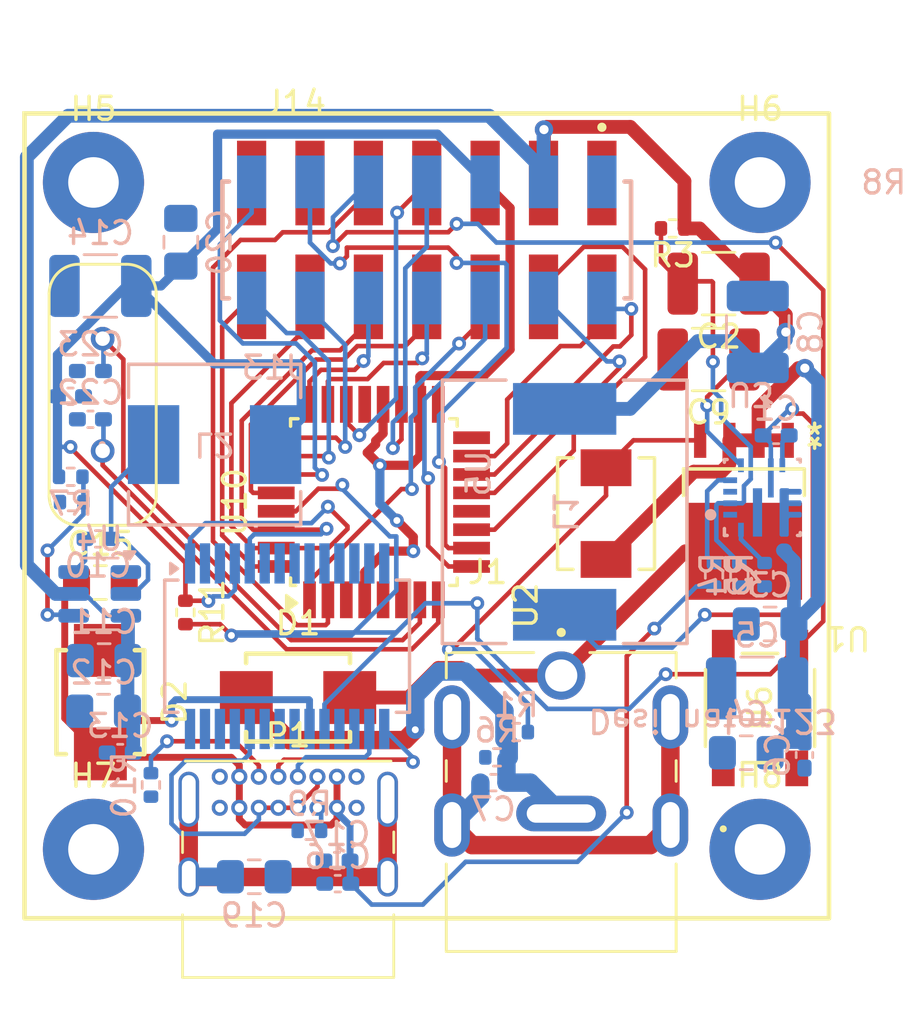
<source format=kicad_pcb>
(kicad_pcb (version 20240108) (generator "pcbnew") (generator_version "8.0")
  (layers (0 "F.Cu" signal) (31 "B.Cu" signal) (34 "B.Paste" user) (35 "F.Paste" user) (36 "B.SilkS" user "B.Silkscreen") (37 "F.SilkS" user "F.Silkscreen") (38 "B.Mask" user) (39 "F.Mask" user) (44 "Edge.Cuts" user))
  (net 0 "")
  (net 1 "GND")
  (net 2 "DIR")
  (net 3 "STEP")
  (net 4 "+12V")
  (net 5 "Net-(U3-BOOT)")
  (net 6 "Net-(U3-SW)")
  (net 7 "Net-(U3-FB)")
  (net 8 "PWR_IN_PROT")
  (net 9 "GND3")
  (net 10 "GND2")
  (net 11 "Net-(U3-SS)")
  (net 12 "Net-(U4-SW)")
  (net 13 "Net-(U4-VBST)")
  (net 14 "+5V_USBC")
  (net 15 "Net-(P1-SHIELD)")
  (net 16 "Quartz_1")
  (net 17 "Quartz_2")
  (net 18 "ADC0")
  (net 19 "ADC1")
  (net 20 "ADC2")
  (net 21 "ADC3")
  (net 22 "+24V")
  (net 23 "LED_0")
  (net 24 "LED_1")
  (net 25 "MOSI")
  (net 26 "SDA")
  (net 27 "RESET")
  (net 28 "TXD")
  (net 29 "RXD")
  (net 30 "SCL")
  (net 31 "MISO")
  (net 32 "SCK")
  (net 33 "USBD-")
  (net 34 "USBD+")
  (net 35 "Net-(P1-VCONN)")
  (net 36 "Net-(P1-CC)")
  (net 37 "Net-(U1-G)")
  (net 38 "Net-(U3-PG)")
  (net 39 "Net-(U3-MODE)")
  (net 40 "Net-(U4-VFB)")
  (net 41 "AREF")
  (net 59 "FAN_01_PWM_clockwise")
  (net 60 "FAN_01_PWM_counterclockwise")
  (net 61 "FAN_2_PWM")
  (net 62 "FAN_3_PWM")
  (net 64 "BLT_Switch")
  (net 65 "BLT_Servo")
  (net 66 "SMD_TEMP_1")
  (net 67 "SMD_TEMP_0")
  (net 68 "LED_3")
  (net 69 "LED_2")
  (net 70 "unconnected-(U5-3V3OUT-Pad17)")
  (footprint "MountingHole:MountingHole_2.2mm_M2_Pad_TopBottom" (layer "F.Cu") (at 103 132)
    (property "Reference" "H7")
    (property "Value" "MountHole")
  )
  (footprint "Imported_Component_Footprints:SZ1SMB5927BT3G" (layer "F.Cu") (at 125.3 117.4 90)
    (property "Reference" "U2")
    (property "Value" "SZ1SMB5927BT3G")
  )
  (footprint "MountingHole:MountingHole_2.2mm_M2_Pad_TopBottom" (layer "F.Cu") (at 132 103)
    (property "Reference" "H6")
    (property "Value" "MountHole")
  )
  (footprint "Capacitor_SMD:C_1210_3225Metric_Pad1.33x2.70mm_HandSolder" (layer "F.Cu") (at 130.2 107.4 180)
    (property "Reference" "C2")
    (property "Value" "22nF")
  )
  (footprint "Imported_Component_Footprints:XTAL_ECS-160-18-4X-CKM" (layer "F.Cu") (at 103.4 112.2332 90)
    (property "Reference" "Y1" (hide yes))
    (property "Value" "ECS-160-18-4X-CKM")
  )
  (footprint "Imported_Component_Footprints:824521241" (layer "F.Cu") (at 103.3 125.6 -90)
    (property "Reference" "D2")
    (property "Value" "WE-TVSP_DO-214AA_600W_BI")
  )
  (footprint "Resistor_SMD:R_0402_1005Metric" (layer "F.Cu") (at 128.2 105 180)
    (property "Reference" "R3")
    (property "Value" "30k")
  )
  (footprint "Imported_Component_Footprints:824521241" (layer "F.Cu") (at 111.9 125.4)
    (property "Reference" "D1")
    (property "Value" "WE-TVSP_DO-214AA_600W_BI")
  )
  (footprint "Capacitor_SMD:C_0805_2012Metric_Pad1.18x1.45mm_HandSolder" (layer "F.Cu") (at 103.3 120.4)
    (property "Reference" "C15")
    (property "Value" "10µF")
  )
  (footprint "Imported_Component_Footprints:SW_PTS647SM38SMTR2LFS_CNK" (layer "F.Cu") (at 132 125.8551 90)
    (property "Reference" "U6")
    (property "Value" "PTS647SM38SMTR2LFS")
  )
  (footprint "Imported_Component_Footprints:CUI_PJ-082BH" (layer "F.Cu") (at 123.35 133.6932)
    (property "Reference" "J1")
    (property "Value" "PJ-082BH")
  )
  (footprint "Capacitor_SMD:C_1210_3225Metric_Pad1.33x2.70mm_HandSolder" (layer "F.Cu") (at 129.7625 110.7 180)
    (property "Reference" "C9")
    (property "Value" "22nF")
  )
  (footprint "MountingHole:MountingHole_2.2mm_M2_Pad_TopBottom" (layer "F.Cu") (at 132 132)
    (property "Reference" "H8")
    (property "Value" "MountHole")
  )
  (footprint "MountingHole:MountingHole_2.2mm_M2_Pad_TopBottom" (layer "F.Cu") (at 103 103)
    (property "Reference" "H5")
    (property "Value" "MountHole")
  )
  (footprint "Connector_USB:USB_C_Receptacle_GCT_USB4085" (layer "F.Cu") (at 108.495 128.8432)
    (property "Reference" "P1")
    (property "Value" "USB_C_Plug_USB2.0")
  )
  (footprint "Resistor_SMD:R_0402_1005Metric" (layer "F.Cu") (at 107 121.7 -90)
    (property "Reference" "R11")
    (property "Value" "10k")
  )
  (footprint "Imported_Component_Footprints:SAMTEC_TSM-107-04-L-DV" (layer "F.Cu") (at 117.5 105.5)
    (property "Reference" "J14")
    (property "Value" "Steckverbinder_Male_Leistung")
  )
  (footprint "Package_QFP:TQFP-32_7x7mm_P0.8mm" (layer "F.Cu") (at 115.2 116.9 90)
    (property "Reference" "U10")
    (property "Value" "ATmega328PB-A")
  )
  (footprint "Imported_Component_Footprints:SQJ409EP_T1_GE3" (layer "F.Cu") (at 131.3 117.8207 180)
    (property "Reference" "U1")
    (property "Value" "SQJ409EP-T1_GE3")
  )
  (footprint "Imported_Component_Footprints:TPS56837HRPAR" (layer "B.Cu") (at 132.1 116.7)
    (property "Reference" "U3")
    (property "Value" "TPS56837HRPAR")
  )
  (footprint "Capacitor_SMD:C_0402_1005Metric_Pad0.74x0.62mm_HandSolder" (layer "B.Cu") (at 120.4 129.1)
    (property "Reference" "C7")
    (property "Value" "100nF")
  )
  (footprint "Capacitor_SMD:C_0805_2012Metric_Pad1.18x1.45mm_HandSolder" (layer "B.Cu") (at 103.4625 123.7932 180)
    (property "Reference" "C11")
    (property "Value" "10µF")
  )
  (footprint "Resistor_SMD:R_0402_1005Metric" (layer "B.Cu") (at 112.395 131.1932 180)
    (property "Reference" "R9")
    (property "Value" "5k1")
  )
  (footprint "Capacitor_SMD:C_1210_3225Metric_Pad1.33x2.70mm_HandSolder" (layer "B.Cu") (at 131.9 109.5 90)
    (property "Reference" "C8")
    (property "Value" "47µF")
  )
  (footprint "Capacitor_SMD:C_0402_1005Metric_Pad0.74x0.62mm_HandSolder" (layer "B.Cu") (at 102.8675 113.3 180)
    (property "Reference" "C22")
    (property "Value" "18pF")
  )
  (footprint "Resistor_SMD:R_0402_1005Metric" (layer "B.Cu") (at 102.0525 116.9 180)
    (property "Reference" "R8")
    (property "Value" "10k")
  )
  (footprint "Capacitor_SMD:C_0402_1005Metric_Pad0.74x0.62mm_HandSolder" (layer "B.Cu") (at 102 112.3)
    (property "Reference" "C21" (hide yes))
    (property "Value" "100nF")
  )
  (footprint "Resistor_SMD:R_0402_1005Metric" (layer "B.Cu") (at 102.01 115.8)
    (property "Reference" "R7")
    (property "Value" "54.9k")
  )
  (footprint "Capacitor_SMD:C_0805_2012Metric_Pad1.18x1.45mm_HandSolder" (layer "B.Cu") (at 103.44 125.9932 180)
    (property "Reference" "C12")
    (property "Value" "10µF")
  )
  (footprint "Capacitor_SMD:C_0402_1005Metric_Pad0.74x0.62mm_HandSolder" (layer "B.Cu") (at 104.1625 127.7932 180)
    (property "Reference" "C13")
    (property "Value" "100nF")
  )
  (footprint "Capacitor_SMD:C_0402_1005Metric_Pad0.74x0.62mm_HandSolder" (layer "B.Cu") (at 113.6275 133.4932 180)
    (property "Reference" "C16")
    (property "Value" "100nF")
  )
  (footprint "Resistor_SMD:R_0402_1005Metric" (layer "B.Cu") (at 131.1 120.06 -90)
    (property "Reference" "R4")
    (property "Value" "1k58")
  )
  (footprint "Resistor_SMD:R_0402_1005Metric" (layer "B.Cu") (at 121.39 126.9 180)
    (property "Reference" "R1")
    (property "Value" "100k")
  )
  (footprint "Resistor_SMD:R_0402_1005Metric" (layer "B.Cu") (at 105.5 129.2 -90)
    (property "Reference" "R10")
    (property "Value" "5k1")
  )
  (footprint "Capacitor_SMD:C_0402_1005Metric_Pad0.74x0.62mm_HandSolder" (layer "B.Cu") (at 103.2 118.5)
    (property "Reference" "C10")
    (property "Value" "100nF")
  )
  (footprint "Capacitor_SMD:C_0805_2012Metric_Pad1.18x1.45mm_HandSolder" (layer "B.Cu") (at 109.995 133.1932)
    (property "Reference" "C19")
    (property "Value" "1uF")
  )
  (footprint "Capacitor_SMD:C_0402_1005Metric_Pad0.74x0.62mm_HandSolder" (layer "B.Cu") (at 113.595 132.4932 180)
    (property "Reference" "C17")
    (property "Value" "100nF")
  )
  (footprint "Imported_Component_Footprints:SPM10040T_4R7M_HZ" (layer "B.Cu") (at 123.5 117.32325 90)
    (property "Reference" "L1")
    (property "Value" "4.7µH")
  )
  (footprint "Capacitor_SMD:C_1210_3225Metric_Pad1.33x2.70mm_HandSolder" (layer "B.Cu") (at 131.87 125 180)
    (property "Reference" "C5")
    (property "Value" "10µF")
  )
  (footprint "Capacitor_SMD:C_0402_1005Metric_Pad0.74x0.62mm_HandSolder" (layer "B.Cu") (at 133.9325 127.9 -90)
    (property "Reference" "C6")
    (property "Value" "100nF")
  )
  (footprint "Package_TO_SOT_SMD:SOT-23-6" (layer "B.Cu") (at 103.2725 120.8932 180)
    (property "Reference" "U4")
    (property "Value" "TPS565208")
  )
  (footprint "Capacitor_SMD:C_0805_2012Metric_Pad1.18x1.45mm_HandSolder" (layer "B.Cu") (at 131.4 127.8 180)
    (property "Reference" "C4")
    (property "Value" "10µF")
  )
  (footprint "Resistor_SMD:R_0402_1005Metric" (layer "B.Cu") (at 132.2 120.06 -90)
    (property "Reference" "R5")
    (property "Value" "30.1k")
  )
  (footprint "Resistor_SMD:R_0402_1005Metric" (layer "B.Cu") (at 130 120.06 90)
    (property "Reference" "R2")
    (property "Value" "100k")
  )
  (footprint "Capacitor_SMD:C_0805_2012Metric_Pad1.18x1.45mm_HandSolder" (layer "B.Cu") (at 132.4375 122.2 180)
    (property "Reference" "C3")
    (property "Value" "10µF")
  )
  (footprint "Resistor_SMD:R_0402_1005Metric" (layer "B.Cu") (at 120.5575 128 180)
    (property "Reference" "R6")
    (property "Value" "10")
  )
  (footprint "Package_SO:SSOP-28_5.3x10.2mm_P0.65mm" (layer "B.Cu") (at 111.425 123.1675 -90)
    (property "Reference" "U5")
    (property "Value" "FT232RL")
  )
  (footprint "Capacitor_SMD:C_0402_1005Metric_Pad0.74x0.62mm_HandSolder" (layer "B.Cu") (at 102.8675 111.2 180)
    (property "Reference" "C23")
    (property "Value" "18pF")
  )
  (footprint "Imported_Component_Footprints:SAMTEC_HLE-107-02-L-DV" (layer "B.Cu") (at 117.5 105.5)
    (property "Reference" "J13")
    (property "Value" "Steckverbinder_Female_Leistung")
  )
  (footprint "Imported_Component_Footprints:IHLP2525CZER3R3M11" (layer "B.Cu") (at 108.2699 114.4)
    (property "Reference" "L2")
    (property "Value" "3.3µH")
  )
  (footprint "Capacitor_SMD:C_1210_3225Metric_Pad1.33x2.70mm_HandSolder" (layer "B.Cu") (at 103.3 107.5 180)
    (property "Reference" "C14")
    (property "Value" "22µF")
  )
  (footprint "Capacitor_SMD:C_0805_2012Metric_Pad1.18x1.45mm_HandSolder" (layer "B.Cu") (at 106.8 105.6 90)
    (property "Reference" "C20")
    (property "Value" "4.7uF")
  )
  (footprint "Capacitor_SMD:C_0402_1005Metric_Pad0.74x0.62mm_HandSolder" (layer "B.Cu") (at 132.7 114 180)
    (property "Reference" "C1")
    (property "Value" "100nF")
  )
  (gr_rect (start 100 100) (end 135 135) (stroke (width 0.2)) (fill none) (layer "F.SilkS"))
  (segment (start 112.745 128.8432) (end 112.745 129.273961) (width 0.2) (layer "F.Cu") (net 0))
  (segment (start 112.745 129.273961) (end 111.895 130.123961) (width 0.2) (layer "F.Cu") (net 0))
  (segment (start 111.895 130.123961) (end 111.895 130.1932) (width 0.2) (layer "F.Cu") (net 0))
  (segment (start 111.895 130.1932) (end 110.195 130.1932) (width 0.2) (layer "F.Cu") (net 0))
  (segment (start 107.01434 128.1432) (end 106.395 128.76254) (width 0.2) (layer "B.Cu") (net 0))
  (segment (start 110.195 130.705) (end 110.195 130.1932) (width 0.2) (layer "B.Cu") (net 0))
  (segment (start 109.8 127.8425) (end 109.4993 128.1432) (width 0.2) (layer "B.Cu") (net 0))
  (segment (start 109.8 126.7675) (end 109.8 127.8425) (width 0.2) (layer "B.Cu") (net 0))
  (segment (start 106.83434 131.3232) (end 109.5768 131.3232) (width 0.2) (layer "B.Cu") (net 0))
  (segment (start 106.395 130.88386) (end 106.83434 131.3232) (width 0.2) (layer "B.Cu") (net 0))
  (segment (start 106.395 128.76254) (end 106.395 130.88386) (width 0.2) (layer "B.Cu") (net 0))
  (segment (start 109.5768 131.3232) (end 110.195 130.705) (width 0.2) (layer "B.Cu") (net 0))
  (segment (start 109.4993 128.1432) (end 107.01434 128.1432) (width 0.2) (layer "B.Cu") (net 0))
  (segment (start 110.95 119.7) (end 109.95 119.7) (width 0.2) (layer "F.Cu") (net 2))
  (segment (start 108.6 109.255) (end 109.88 107.975) (width 0.2) (layer "F.Cu") (net 2))
  (segment (start 108.6 118.35) (end 108.6 109.255) (width 0.2) (layer "F.Cu") (net 2))
  (segment (start 109.95 119.7) (end 108.6 118.35) (width 0.2) (layer "F.Cu") (net 2))
  (segment (start 120.45 118.1) (end 123.8951 114.6549) (width 0.2) (layer "F.Cu") (net 3))
  (segment (start 127 106.78) (end 126.02 105.8) (width 0.2) (layer "F.Cu") (net 3))
  (segment (start 124.332816 105.8) (end 122.58 107.552816) (width 0.2) (layer "F.Cu") (net 3))
  (segment (start 122.58 107.552816) (end 122.58 107.975) (width 0.2) (layer "F.Cu") (net 3))
  (segment (start 119.45 118.1) (end 120.45 118.1) (width 0.2) (layer "F.Cu") (net 3))
  (segment (start 127 110.583675) (end 127 106.78) (width 0.2) (layer "F.Cu") (net 3))
  (segment (start 123.8951 113.688575) (end 127 110.583675) (width 0.2) (layer "F.Cu") (net 3))
  (segment (start 126.02 105.8) (end 124.332816 105.8) (width 0.2) (layer "F.Cu") (net 3))
  (segment (start 123.8951 114.6549) (end 123.8951 113.688575) (width 0.2) (layer "F.Cu") (net 3))
  (segment (start 129.3625 105) (end 131.7625 107.4) (width 0.6) (layer "F.Cu") (net 4))
  (segment (start 126.355 100.585) (end 128.71 102.94) (width 0.6) (layer "F.Cu") (net 4))
  (segment (start 128.71 105) (end 129.3625 105) (width 0.6) (layer "F.Cu") (net 4))
  (segment (start 128.71 102.94) (end 128.71 105) (width 0.6) (layer "F.Cu") (net 4))
  (segment (start 122.6 100.7) (end 122.715 100.585) (width 0.6) (layer "F.Cu") (net 4))
  (segment (start 133.1215 108.759) (end 133.1215 109.505458) (width 0.6) (layer "F.Cu") (net 4))
  (segment (start 122.6 103.005) (end 122.58 103.025) (width 0.6) (layer "F.Cu") (net 4))
  (segment (start 122.6 100.7) (end 122.6 103.005) (width 0.6) (layer "F.Cu") (net 4))
  (segment (start 122.715 100.585) (end 126.355 100.585) (width 0.6) (layer "F.Cu") (net 4))
  (segment (start 131.7625 107.4) (end 133.1215 108.759) (width 0.6) (layer "F.Cu") (net 4))
  (via (at 133.1215 109.505458) (size 0.8) (drill 0.4) (layers "F.Cu" "B.Cu") (net 4))
  (via (at 122.6 100.7) (size 0.8) (drill 0.4) (layers "F.Cu" "B.Cu") (net 4))
  (segment (start 104.4775 125.9932) (end 104.4775 123.8157) (width 0.6) (layer "B.Cu") (net 4))
  (segment (start 123.5 112.8465) (end 126.3479 112.8465) (width 0.6) (layer "B.Cu") (net 4))
  (segment (start 104.4775 123.8157) (end 104.5 123.7932) (width 0.6) (layer "B.Cu") (net 4))
  (segment (start 122.58 102.975) (end 122.58 100.72) (width 0.6) (layer "B.Cu") (net 4))
  (segment (start 101.357684 120.8932) (end 100.1 119.635516) (width 0.6) (layer "B.Cu") (net 4))
  (segment (start 104.73 126.2457) (end 104.4775 125.9932) (width 0.6) (layer "B.Cu") (net 4))
  (segment (start 104.5 121.9332) (end 104.41 121.8432) (width 0.6) (layer "B.Cu") (net 4))
  (segment (start 133.1215 109.505458) (end 133.1215 109.841) (width 0.6) (layer "B.Cu") (net 4))
  (segment (start 100.1 101.9) (end 101.9 100.1) (width 0.6) (layer "B.Cu") (net 4))
  (segment (start 101.9 100.1) (end 120.215 100.1) (width 0.6) (layer "B.Cu") (net 4))
  (segment (start 129.2944 109.9) (end 130.7375 109.9) (width 0.6) (layer "B.Cu") (net 4))
  (segment (start 122.58 102.465) (end 122.58 102.975) (width 0.6) (layer "B.Cu") (net 4))
  (segment (start 102.135 120.8932) (end 101.357684 120.8932) (width 0.6) (layer "B.Cu") (net 4))
  (segment (start 104.41 121.8432) (end 103.579474 121.8432) (width 0.2) (layer "B.Cu") (net 4))
  (segment (start 104.5 123.7932) (end 104.5 121.9332) (width 0.6) (layer "B.Cu") (net 4))
  (segment (start 103.579474 121.8432) (end 102.629474 120.8932) (width 0.2) (layer "B.Cu") (net 4))
  (segment (start 104.73 127.7932) (end 104.73 126.2457) (width 0.6) (layer "B.Cu") (net 4))
  (segment (start 130.7375 109.9) (end 131.9 111.0625) (width 0.6) (layer "B.Cu") (net 4))
  (segment (start 102.629474 120.8932) (end 102.135 120.8932) (width 0.2) (layer "B.Cu") (net 4))
  (segment (start 122.58 100.72) (end 122.6 100.7) (width 0.6) (layer "B.Cu") (net 4))
  (segment (start 126.3479 112.8465) (end 129.2944 109.9) (width 0.6) (layer "B.Cu") (net 4))
  (segment (start 133.1215 109.841) (end 131.9 111.0625) (width 0.6) (layer "B.Cu") (net 4))
  (segment (start 100.1 119.635516) (end 100.1 101.9) (width 0.6) (layer "B.Cu") (net 4))
  (segment (start 120.215 100.1) (end 122.58 102.465) (width 0.6) (layer "B.Cu") (net 4))
  (segment (start 132.970001 115.3) (end 132.970001 114.297499) (width 0.2) (layer "B.Cu") (net 5))
  (segment (start 132.970001 114.297499) (end 133.2675 114) (width 0.2) (layer "B.Cu") (net 5))
  (segment (start 133.600002 113.0519) (end 133.8717 113.0519) (width 0.2) (layer "F.Cu") (net 6))
  (segment (start 133.4 112.851898) (end 133.600002 113.0519) (width 0.2) (layer "F.Cu") (net 6))
  (segment (start 133.8717 113.0519) (end 134.3 113.4802) (width 0.2) (layer "F.Cu") (net 6))
  (segment (start 133.9754 121.8) (end 129.6 121.8) (width 0.2) (layer "F.Cu") (net 6))
  (segment (start 134.3 121.4754) (end 133.9754 121.8) (width 0.2) (layer "F.Cu") (net 6))
  (segment (start 134.3 113.4802) (end 134.3 121.4754) (width 0.2) (layer "F.Cu") (net 6))
  (via (at 133.4 112.851898) (size 0.6) (drill 0.3) (layers "F.Cu" "B.Cu") (net 6))
  (via (at 129.6 121.8) (size 0.6) (drill 0.3) (layers "F.Cu" "B.Cu") (net 6))
  (segment (start 123.5 121.8) (end 124.925 123.225) (width 0.2) (layer "B.Cu") (net 6))
  (segment (start 128.175 123.225) (end 129.6 121.8) (width 0.2) (layer "B.Cu") (net 6))
  (segment (start 132.469999 115.849999) (end 132.469999 114.337499) (width 0.2) (layer "B.Cu") (net 6))
  (segment (start 133.4 112.851898) (end 133.280602 112.851898) (width 0.2) (layer "B.Cu") (net 6))
  (segment (start 132.469999 114.337499) (end 132.1325 114) (width 0.2) (layer "B.Cu") (net 6))
  (segment (start 124.925 123.225) (end 128.175 123.225) (width 0.2) (layer "B.Cu") (net 6))
  (segment (start 133.280602 112.851898) (end 132.1325 114) (width 0.2) (layer "B.Cu") (net 6))
  (segment (start 128.7375 107.3) (end 128.6375 107.4) (width 0.2) (layer "F.Cu") (net 7))
  (segment (start 129.95 107.35) (end 129.9 107.3) (width 0.2) (layer "F.Cu") (net 7))
  (segment (start 129.9 107.3) (end 128.7375 107.3) (width 0.2) (layer "F.Cu") (net 7))
  (segment (start 129.95 110.8) (end 129.95 107.35) (width 0.2) (layer "F.Cu") (net 7))
  (segment (start 127.69 106.4525) (end 127.69 105) (width 0.2) (layer "F.Cu") (net 7))
  (segment (start 128.6375 107.4) (end 127.69 106.4525) (width 0.2) (layer "F.Cu") (net 7))
  (via (at 129.95 110.8) (size 0.6) (drill 0.3) (layers "F.Cu" "B.Cu") (net 7))
  (segment (start 130.100001 118.550001) (end 130.100001 117.025002) (width 0.2) (layer "B.Cu") (net 7))
  (segment (start 130.175003 116.95) (end 130.7 116.95) (width 0.2) (layer "B.Cu") (net 7))
  (segment (start 130.309619 113.209619) (end 130.309619 112.409619) (width 0.2) (layer "B.Cu") (net 7))
  (segment (start 131.3 116.874998) (end 131.3 116.194997) (width 0.2) (layer "B.Cu") (net 7))
  (segment (start 130.309619 112.409619) (end 129.95 112.05) (width 0.2) (layer "B.Cu") (net 7))
  (segment (start 131.224998 116.95) (end 131.3 116.874998) (width 0.2) (layer "B.Cu") (net 7))
  (segment (start 130.7 116.95) (end 131.224998 116.95) (width 0.2) (layer "B.Cu") (net 7))
  (segment (start 131.594998 115.899999) (end 131.594998 114.494998) (width 0.2) (layer "B.Cu") (net 7))
  (segment (start 131.1 119.55) (end 130.100001 118.550001) (width 0.2) (layer "B.Cu") (net 7))
  (segment (start 131.3 116.194997) (end 131.594998 115.899999) (width 0.2) (layer "B.Cu") (net 7))
  (segment (start 130.100001 117.025002) (end 130.175003 116.95) (width 0.2) (layer "B.Cu") (net 7))
  (segment (start 129.95 112.05) (end 129.95 110.8) (width 0.2) (layer "B.Cu") (net 7))
  (segment (start 131.594998 114.494998) (end 130.309619 113.209619) (width 0.2) (layer "B.Cu") (net 7))
  (segment (start 129.118 115.5759) (end 130.3241 115.5759) (width 0.6) (layer "F.Cu") (net 8))
  (segment (start 130.665 115.235) (end 130.665 114.2139) (width 0.6) (layer "F.Cu") (net 8))
  (segment (start 125.3 119.3939) (end 129.118 115.5759) (width 0.6) (layer "F.Cu") (net 8))
  (segment (start 130.665 114.2139) (end 133.205 114.2139) (width 0.6) (layer "F.Cu") (net 8))
  (segment (start 130.3241 115.5759) (end 130.665 115.235) (width 0.6) (layer "F.Cu") (net 8))
  (segment (start 133.95 111.07658) (end 133.66993 111.07658) (width 0.6) (layer "F.Cu") (net 8))
  (segment (start 131.935 112.81151) (end 131.935 114.2139) (width 0.6) (layer "F.Cu") (net 8))
  (segment (start 133.66993 111.07658) (end 131.935 112.81151) (width 0.6) (layer "F.Cu") (net 8))
  (via (at 133.95 111.07658) (size 0.8) (drill 0.4) (layers "F.Cu" "B.Cu") (net 8))
  (segment (start 133.4325 125) (end 133.4325 122.2425) (width 0.6) (layer "B.Cu") (net 8))
  (segment (start 133.9325 125.5) (end 133.4325 125) (width 0.6) (layer "B.Cu") (net 8))
  (segment (start 134.530671 111.657251) (end 133.95 111.07658) (width 0.6) (layer "B.Cu") (net 8))
  (segment (start 133.475 122.2) (end 133.475 119.474999) (width 0.6) (layer "B.Cu") (net 8))
  (segment (start 133.4325 125) (end 133.4325 126.805) (width 0.6) (layer "B.Cu") (net 8))
  (segment (start 132.4375 127.8) (end 132.905 127.3325) (width 0.6) (layer "B.Cu") (net 8))
  (segment (start 133.4325 126.805) (end 132.4375 127.8) (width 0.6) (layer "B.Cu") (net 8))
  (segment (start 134.530671 121.144329) (end 134.530671 111.657251) (width 0.6) (layer "B.Cu") (net 8))
  (segment (start 133.9325 127.3325) (end 133.9325 125.5) (width 0.6) (layer "B.Cu") (net 8))
  (segment (start 133.475 122.2) (end 134.530671 121.144329) (width 0.6) (layer "B.Cu") (net 8))
  (segment (start 133 118.999999) (end 133.1 118.999999) (width 0.6) (layer "B.Cu") (net 8))
  (segment (start 132.905 127.3325) (end 133.9325 127.3325) (width 0.6) (layer "B.Cu") (net 8))
  (segment (start 133.4325 122.2425) (end 133.475 122.2) (width 0.6) (layer "B.Cu") (net 8))
  (segment (start 133.475 119.474999) (end 133 118.999999) (width 0.6) (layer "B.Cu") (net 8))
  (segment (start 119.475 131.8182) (end 127.225 131.8182) (width 0.8) (layer "F.Cu") (net 9))
  (segment (start 118.6 126.2432) (end 118.6 130.9432) (width 0.8) (layer "F.Cu") (net 9))
  (segment (start 127.225 131.8182) (end 128.1 130.9432) (width 0.8) (layer "F.Cu") (net 9))
  (segment (start 128.1 130.9432) (end 128.1 126.2432) (width 0.8) (layer "F.Cu") (net 9))
  (segment (start 118.6 130.9432) (end 119.475 131.8182) (width 0.8) (layer "F.Cu") (net 9))
  (segment (start 119.8325 129.7107) (end 118.6 130.9432) (width 0.8) (layer "B.Cu") (net 9))
  (segment (start 119.8325 129.1) (end 119.8325 129.7107) (width 0.8) (layer "B.Cu") (net 9))
  (segment (start 109.65 125.4) (end 111.5 127.25) (width 0.8) (layer "F.Cu") (net 10))
  (segment (start 111.5 127.25) (end 116.55 127.25) (width 0.8) (layer "F.Cu") (net 10))
  (segment (start 116.55 127.25) (end 117 126.8) (width 0.8) (layer "F.Cu") (net 10))
  (via (at 117 126.8) (size 0.6) (drill 0.3) (layers "F.Cu" "B.Cu") (net 10))
  (segment (start 119.169544 124.2682) (end 120.88 125.978656) (width 0.8) (layer "B.Cu") (net 10))
  (segment (start 120.9675 129.1) (end 120.9675 128.1) (width 0.8) (layer "B.Cu") (net 10))
  (segment (start 120.9675 129.1) (end 122.0068 129.1) (width 0.8) (layer "B.Cu") (net 10))
  (segment (start 122.0068 129.1) (end 123.35 130.4432) (width 0.8) (layer "B.Cu") (net 10))
  (segment (start 120.9675 128.1) (end 121.0675 128) (width 0.8) (layer "B.Cu") (net 10))
  (segment (start 118.030456 124.2682) (end 119.169544 124.2682) (width 0.8) (layer "B.Cu") (net 10))
  (segment (start 120.88 126.9) (end 120.88 127.219999) (width 0.8) (layer "B.Cu") (net 10))
  (segment (start 121.0675 127.407499) (end 121.0675 128) (width 0.8) (layer "B.Cu") (net 10))
  (segment (start 120.88 125.978656) (end 120.88 126.9) (width 0.8) (layer "B.Cu") (net 10))
  (segment (start 117 125.298656) (end 118.030456 124.2682) (width 0.8) (layer "B.Cu") (net 10))
  (segment (start 120.88 127.219999) (end 121.0675 127.407499) (width 0.8) (layer "B.Cu") (net 10))
  (segment (start 117 126.8) (end 117 125.298656) (width 0.8) (layer "B.Cu") (net 10))
  (segment (start 129.7 112.325) (end 129.7 112.7) (width 0.2) (layer "F.Cu") (net 11))
  (segment (start 131.325 110.7) (end 129.7 112.325) (width 0.2) (layer "F.Cu") (net 11))
  (via (at 129.7 112.7) (size 0.6) (drill 0.3) (layers "F.Cu" "B.Cu") (net 11))
  (segment (start 129.7 112.7) (end 129.7 113.830001) (width 0.2) (layer "B.Cu") (net 11))
  (segment (start 129.7 113.830001) (end 131.169999 115.3) (width 0.2) (layer "B.Cu") (net 11))
  (segment (start 103.7675 118.5) (end 103.7675 116.2481) (width 0.2) (layer "B.Cu") (net 12))
  (segment (start 104.269852 118.5) (end 105.3725 119.602648) (width 0.2) (layer "B.Cu") (net 12))
  (segment (start 103.7675 116.2481) (end 105.6156 114.4) (width 0.2) (layer "B.Cu") (net 12))
  (segment (start 105.3725 120.283752) (end 104.763052 120.8932) (width 0.2) (layer "B.Cu") (net 12))
  (segment (start 105.3725 119.602648) (end 105.3725 120.283752) (width 0.2) (layer "B.Cu") (net 12))
  (segment (start 104.763052 120.8932) (end 104.41 120.8932) (width 0.2) (layer "B.Cu") (net 12))
  (segment (start 103.7675 118.5) (end 104.269852 118.5) (width 0.2) (layer "B.Cu") (net 12))
  (segment (start 102.6325 118.5) (end 102.6325 119.4457) (width 0.2) (layer "B.Cu") (net 13))
  (segment (start 102.6325 119.4457) (end 102.135 119.9432) (width 0.2) (layer "B.Cu") (net 13))
  (segment (start 103.45 128) (end 103.3 127.85) (width 0.3) (layer "F.Cu") (net 14))
  (segment (start 109.345 128.348226) (end 108.996774 128) (width 0.3) (layer "F.Cu") (net 14))
  (segment (start 101.75 126.3) (end 103.3 127.85) (width 0.3) (layer "F.Cu") (net 14))
  (segment (start 104.75 126.4) (end 106.4 126.4) (width 0.3) (layer "F.Cu") (net 14))
  (segment (start 109.345 128.8432) (end 109.345 130.1932) (width 0.3) (layer "F.Cu") (net 14))
  (segment (start 113.339974 130.9432) (end 113.595 130.688174) (width 0.3) (layer "F.Cu") (net 14))
  (segment (start 109.600026 130.9432) (end 113.339974 130.9432) (width 0.3) (layer "F.Cu") (net 14))
  (segment (start 109.345 130.1932) (end 109.345 130.688174) (width 0.3) (layer "F.Cu") (net 14))
  (segment (start 127.4 122.4) (end 126.2 123.6) (width 0.2) (layer "F.Cu") (net 14))
  (segment (start 109.345 128.8432) (end 109.345 128.348226) (width 0.3) (layer "F.Cu") (net 14))
  (segment (start 101.75 120.9125) (end 101.75 126.3) (width 0.3) (layer "F.Cu") (net 14))
  (segment (start 109.345 130.688174) (end 109.600026 130.9432) (width 0.3) (layer "F.Cu") (net 14))
  (segment (start 102.2625 120.4) (end 101.75 120.9125) (width 0.3) (layer "F.Cu") (net 14))
  (segment (start 126.2 123.6) (end 126.2 130.4) (width 0.2) (layer "F.Cu") (net 14))
  (segment (start 113.595 130.688174) (end 113.595 130.1932) (width 0.3) (layer "F.Cu") (net 14))
  (segment (start 103.3 127.85) (end 104.75 126.4) (width 0.3) (layer "F.Cu") (net 14))
  (segment (start 108.996774 128) (end 103.45 128) (width 0.3) (layer "F.Cu") (net 14))
  (segment (start 113.595 130.1932) (end 113.595 128.8432) (width 0.3) (layer "F.Cu") (net 14))
  (via (at 106.4 126.4) (size 0.6) (drill 0.3) (layers "F.Cu" "B.Cu") (net 14))
  (via (at 126.2 130.4) (size 0.6) (drill 0.3) (layers "F.Cu" "B.Cu") (net 14))
  (via (at 127.4 122.4) (size 0.6) (drill 0.3) (layers "F.Cu" "B.Cu") (net 14))
  (segment (start 114.1625 132.4932) (end 114.1625 130.971361) (width 0.3) (layer "B.Cu") (net 14))
  (segment (start 124.0568 132.5432) (end 119.19099 132.5432) (width 0.2) (layer "B.Cu") (net 14))
  (segment (start 129.23 120.57) (end 127.4 122.4) (width 0.2) (layer "B.Cu") (net 14))
  (segment (start 115.105 134.4032) (end 114.195 133.4932) (width 0.2) (layer "B.Cu") (net 14))
  (segment (start 112.4 125.5175) (end 112.4 126.7675) (width 0.3) (layer "B.Cu") (net 14))
  (segment (start 126.2 130.4) (end 124.0568 132.5432) (width 0.2) (layer "B.Cu") (net 14))
  (segment (start 114.1625 133.4607) (end 114.195 133.4932) (width 0.3) (layer "B.Cu") (net 14))
  (segment (start 113.595 130.403861) (end 113.595 130.1932) (width 0.3) (layer "B.Cu") (net 14))
  (segment (start 119.19099 132.5432) (end 117.33099 134.4032) (width 0.2) (layer "B.Cu") (net 14))
  (segment (start 114.1625 132.4932) (end 114.1625 133.4607) (width 0.3) (layer "B.Cu") (net 14))
  (segment (start 106.575 125.4925) (end 112.375 125.4925) (width 0.3) (layer "B.Cu") (net 14))
  (segment (start 112.375 125.4925) (end 112.4 125.5175) (width 0.3) (layer "B.Cu") (net 14))
  (segment (start 130 120.57) (end 129.23 120.57) (width 0.2) (layer "B.Cu") (net 14))
  (segment (start 114.1625 130.971361) (end 113.595 130.403861) (width 0.3) (layer "B.Cu") (net 14))
  (segment (start 106.4 126.4) (end 106.4 125.6675) (width 0.3) (layer "B.Cu") (net 14))
  (segment (start 106.4 125.6675) (end 106.575 125.4925) (width 0.3) (layer "B.Cu") (net 14))
  (segment (start 117.33099 134.4032) (end 115.105 134.4032) (width 0.2) (layer "B.Cu") (net 14))
  (segment (start 107.145 133.2032) (end 115.795 133.2032) (width 0.8) (layer "F.Cu") (net 15))
  (segment (start 107.145 129.8232) (end 107.145 133.2032) (width 0.8) (layer "F.Cu") (net 15))
  (segment (start 115.795 133.2032) (end 115.795 129.8232) (width 0.8) (layer "F.Cu") (net 15))
  (segment (start 107.155 133.1932) (end 107.145 133.2032) (width 0.8) (layer "B.Cu") (net 15))
  (segment (start 108.9575 133.1932) (end 107.155 133.1932) (width 0.8) (layer "B.Cu") (net 15))
  (segment (start 118 121.15) (end 118 122.15) (width 0.2) (layer "F.Cu") (net 16))
  (segment (start 111.4 123.3) (end 103.4 115.3) (width 0.2) (layer "F.Cu") (net 16))
  (segment (start 118 122.15) (end 116.85 123.3) (width 0.2) (layer "F.Cu") (net 16))
  (segment (start 116.85 123.3) (end 111.4 123.3) (width 0.2) (layer "F.Cu") (net 16))
  (segment (start 103.4 115.3) (end 103.4 114.6732) (width 0.2) (layer "F.Cu") (net 16))
  (segment (start 103.435 114.6382) (end 103.4 114.6732) (width 0.2) (layer "B.Cu") (net 16))
  (segment (start 103.435 113.3) (end 103.435 114.6382) (width 0.2) (layer "B.Cu") (net 16))
  (segment (start 104.3 110.6932) (end 103.4 109.7932) (width 0.2) (layer "F.Cu") (net 17))
  (segment (start 104.3 115.6) (end 104.3 110.6932) (width 0.2) (layer "F.Cu") (net 17))
  (segment (start 116.45 122.9) (end 111.6 122.9) (width 0.2) (layer "F.Cu") (net 17))
  (segment (start 117.2 122.15) (end 116.45 122.9) (width 0.2) (layer "F.Cu") (net 17))
  (segment (start 117.2 121.15) (end 117.2 122.15) (width 0.2) (layer "F.Cu") (net 17))
  (segment (start 111.6 122.9) (end 104.3 115.6) (width 0.2) (layer "F.Cu") (net 17))
  (segment (start 103.435 109.8282) (end 103.4 109.7932) (width 0.2) (layer "B.Cu") (net 17))
  (segment (start 103.435 111.2) (end 103.435 109.8282) (width 0.2) (layer "B.Cu") (net 17))
  (segment (start 113.2 111.65) (end 113.3 111.55) (width 0.2) (layer "F.Cu") (net 18))
  (segment (start 117.103435 110.85) (end 117.303435 110.65) (width 0.2) (layer "F.Cu") (net 18))
  (segment (start 114.925 111.55) (end 115.625 110.85) (width 0.2) (layer "F.Cu") (net 18))
  (segment (start 113.3 111.55) (end 114.925 111.55) (width 0.2) (layer "F.Cu") (net 18))
  (segment (start 115.625 110.85) (end 117.103435 110.85) (width 0.2) (layer "F.Cu") (net 18))
  (segment (start 113.2 112.65) (end 113.2 111.65) (width 0.2) (layer "F.Cu") (net 18))
  (via (at 117.303435 110.65) (size 0.6) (drill 0.3) (layers "F.Cu" "B.Cu") (net 18))
  (segment (start 117.5 110.453435) (end 117.303435 110.65) (width 0.2) (layer "B.Cu") (net 18))
  (segment (start 117.5 108.025) (end 117.5 110.453435) (width 0.2) (layer "B.Cu") (net 18))
  (segment (start 112.4 111.65) (end 112.9 111.15) (width 0.2) (layer "F.Cu") (net 19))
  (segment (start 112.9 111.15) (end 114.365 111.15) (width 0.2) (layer "F.Cu") (net 19))
  (segment (start 114.365 111.15) (end 114.75 110.765) (width 0.2) (layer "F.Cu") (net 19))
  (segment (start 112.4 112.65) (end 112.4 111.65) (width 0.2) (layer "F.Cu") (net 19))
  (via (at 114.75 110.765) (size 0.6) (drill 0.3) (layers "F.Cu" "B.Cu") (net 19))
  (segment (start 114.96 110.555) (end 114.75 110.765) (width 0.2) (layer "B.Cu") (net 19))
  (segment (start 114.96 108.025) (end 114.96 110.555) (width 0.2) (layer "B.Cu") (net 19))
  (segment (start 113.549054 114.1) (end 113.951074 114.50202) (width 0.2) (layer "F.Cu") (net 20))
  (segment (start 110.95 114.1) (end 113.549054 114.1) (width 0.2) (layer "F.Cu") (net 20))
  (via (at 113.951074 114.50202) (size 0.6) (drill 0.3) (layers "F.Cu" "B.Cu") (net 20))
  (segment (start 112.42 108.025) (end 112.42 108.535) (width 0.2) (layer "B.Cu") (net 20))
  (segment (start 113.951074 110.066074) (end 113.951074 114.50202) (width 0.2) (layer "B.Cu") (net 20))
  (segment (start 112.42 108.535) (end 113.951074 110.066074) (width 0.2) (layer "B.Cu") (net 20))
  (segment (start 113.173087 114.9) (end 113.238482 114.965395) (width 0.2) (layer "F.Cu") (net 21))
  (segment (start 110.95 114.9) (end 113.173087 114.9) (width 0.2) (layer "F.Cu") (net 21))
  (via (at 113.238482 114.965395) (size 0.6) (drill 0.3) (layers "F.Cu" "B.Cu") (net 21))
  (segment (start 109.88 108.025) (end 111.405 109.55) (width 0.2) (layer "B.Cu") (net 21))
  (segment (start 112.000359 109.55) (end 113.238482 110.788123) (width 0.2) (layer "B.Cu") (net 21))
  (segment (start 113.238482 110.788123) (end 113.238482 114.965395) (width 0.2) (layer "B.Cu") (net 21))
  (segment (start 111.405 109.55) (end 112.000359 109.55) (width 0.2) (layer "B.Cu") (net 21))
  (segment (start 123.35 124.4432) (end 128.7533 119.0399) (width 0.6) (layer "F.Cu") (net 22))
  (segment (start 118.997743 124.112057) (end 118.002157 124.112057) (width 0.6) (layer "F.Cu") (net 22))
  (segment (start 118.002157 124.112057) (end 116.714214 125.4) (width 0.6) (layer "F.Cu") (net 22))
  (segment (start 119.328886 124.4432) (end 118.997743 124.112057) (width 0.6) (layer "F.Cu") (net 22))
  (segment (start 123.35 124.4432) (end 119.328886 124.4432) (width 0.6) (layer "F.Cu") (net 22))
  (segment (start 116.714214 125.4) (end 114.15 125.4) (width 0.6) (layer "F.Cu") (net 22))
  (segment (start 128.7533 119.0399) (end 131.3 119.0399) (width 0.6) (layer "F.Cu") (net 22))
  (segment (start 125.12 109.18) (end 125.12 107.975) (width 0.2) (layer "F.Cu") (net 25))
  (segment (start 119.45 114.9) (end 120.45 114.9) (width 0.2) (layer "F.Cu") (net 25))
  (segment (start 123.322623 110.115) (end 124.185 110.115) (width 0.2) (layer "F.Cu") (net 25))
  (segment (start 121 114.35) (end 121 112.437623) (width 0.2) (layer "F.Cu") (net 25))
  (segment (start 124.185 110.115) (end 125.12 109.18) (width 0.2) (layer "F.Cu") (net 25))
  (segment (start 121 112.437623) (end 123.322623 110.115) (width 0.2) (layer "F.Cu") (net 25))
  (segment (start 120.45 114.9) (end 121 114.35) (width 0.2) (layer "F.Cu") (net 25))
  (segment (start 112.781452 116.318548) (end 111.8 117.3) (width 0.2) (layer "F.Cu") (net 27))
  (segment (start 107 122.21) (end 108.51 122.21) (width 0.2) (layer "F.Cu") (net 27))
  (segment (start 111.8 117.3) (end 110.95 117.3) (width 0.2) (layer "F.Cu") (net 27))
  (segment (start 113.418368 105.766722) (end 114.02009 105.165) (width 0.2) (layer "F.Cu") (net 27))
  (segment (start 134.75 122.080098) (end 134.75 107.685922) (width 0.2) (layer "F.Cu") (net 27))
  (segment (start 118.434994 105.165) (end 118.8 104.799994) (width 0.2) (layer "F.Cu") (net 27))
  (segment (start 127.897488 124.384385) (end 132.445713 124.384385) (width 0.2) (layer "F.Cu") (net 27))
  (segment (start 133.599999 123.230099) (end 134.75 122.080098) (width 0.2) (layer "F.Cu") (net 27))
  (segment (start 114.02009 105.165) (end 118.434994 105.165) (width 0.2) (layer "F.Cu") (net 27))
  (segment (start 132.445713 124.384385) (end 133.599999 123.230099) (width 0.2) (layer "F.Cu") (net 27))
  (segment (start 134.75 107.685922) (end 132.677655 105.613577) (width 0.2) (layer "F.Cu") (net 27))
  (segment (start 113.659931 116.318548) (end 112.781452 116.318548) (width 0.2) (layer "F.Cu") (net 27))
  (segment (start 113.828004 116.150475) (end 113.659931 116.318548) (width 0.2) (layer "F.Cu") (net 27))
  (segment (start 108.51 122.21) (end 109 122.7) (width 0.2) (layer "F.Cu") (net 27))
  (via (at 127.897488 124.384385) (size 0.6) (drill 0.3) (layers "F.Cu" "B.Cu") (net 27))
  (via (at 109 122.7) (size 0.6) (drill 0.3) (layers "F.Cu" "B.Cu") (net 27))
  (via (at 113.828004 116.150475) (size 0.6) (drill 0.3) (layers "F.Cu" "B.Cu") (net 27))
  (via (at 132.677655 105.613577) (size 0.6) (drill 0.3) (layers "F.Cu" "B.Cu") (net 27))
  (via (at 113.418368 105.766722) (size 0.6) (drill 0.3) (layers "F.Cu" "B.Cu") (net 27))
  (via (at 119.7 121.3) (size 0.6) (drill 0.3) (layers "F.Cu" "B.Cu") (net 27))
  (via (at 118.8 104.799994) (size 0.6) (drill 0.3) (layers "F.Cu" "B.Cu") (net 27))
  (segment (start 127.815615 124.384385) (end 127.897488 124.384385) (width 0.2) (layer "B.Cu") (net 27))
  (segment (start 122.74939 125.8932) (end 126.3068 125.8932) (width 0.2) (layer "B.Cu") (net 27))
  (segment (start 116.175 118.3925) (end 116.175 120.7425) (width 0.2) (layer "B.Cu") (net 27))
  (segment (start 116.175 120.7425) (end 114.2175 122.7) (width 0.2) (layer "B.Cu") (net 27))
  (segment (start 115.8925 118.3925) (end 116.175 118.3925) (width 0.2) (layer "B.Cu") (net 27))
  (segment (start 116.17125 122.57125) (end 109.12875 122.57125) (width 0.2) (layer "B.Cu") (net 27))
  (segment (start 109.12875 122.57125) (end 109 122.7) (width 0.2) (layer "B.Cu") (net 27))
  (segment (start 119.7 122.84381) (end 122.74939 125.8932) (width 0.2) (layer "B.Cu") (net 27))
  (segment (start 116.17125 122.57125) (end 113.05 125.6925) (width 0.2) (layer "B.Cu") (net 27))
  (segment (start 120.532816 105.613577) (end 119.719233 104.799994) (width 0.2) (layer "B.Cu") (net 27))
  (segment (start 119.7 121.3) (end 117.4425 121.3) (width 0.2) (layer "B.Cu") (net 27))
  (segment (start 113.418368 104.516632) (end 114.96 102.975) (width 0.2) (layer "B.Cu") (net 27))
  (segment (start 132.677655 105.613577) (end 120.532816 105.613577) (width 0.2) (layer "B.Cu") (net 27))
  (segment (start 113.05 125.6925) (end 113.05 126.7675) (width 0.2) (layer "B.Cu") (net 27))
  (segment (start 119.7 121.3) (end 119.7 122.84381) (width 0.2) (layer "B.Cu") (net 27))
  (segment (start 113.418368 105.766722) (end 113.418368 104.516632) (width 0.2) (layer "B.Cu") (net 27))
  (segment (start 114.2175 122.7) (end 109 122.7) (width 0.2) (layer "B.Cu") (net 27))
  (segment (start 119.719233 104.799994) (end 118.8 104.799994) (width 0.2) (layer "B.Cu") (net 27))
  (segment (start 113.828004 116.328004) (end 115.8925 118.3925) (width 0.2) (layer "B.Cu") (net 27))
  (segment (start 113.828004 116.150475) (end 113.828004 116.328004) (width 0.2) (layer "B.Cu") (net 27))
  (segment (start 117.4425 121.3) (end 116.17125 122.57125) (width 0.2) (layer "B.Cu") (net 27))
  (segment (start 126.3068 125.8932) (end 127.815615 124.384385) (width 0.2) (layer "B.Cu") (net 27))
  (segment (start 109 117.95) (end 109 112.6) (width 0.2) (layer "F.Cu") (net 28))
  (segment (start 114.05 117.95) (end 113.2 117.1) (width 0.2) (layer "F.Cu") (net 28))
  (segment (start 110.95 118.9) (end 109.95 118.9) (width 0.2) (layer "F.Cu") (net 28))
  (segment (start 110.95 118.9) (end 113.219239 118.9) (width 0.2) (layer "F.Cu") (net 28))
  (segment (start 114.05 118.069239) (end 114.05 117.95) (width 0.2) (layer "F.Cu") (net 28))
  (segment (start 109 112.6) (end 112.42 109.18) (width 0.2) (layer "F.Cu") (net 28))
  (segment (start 113.219239 118.9) (end 114.05 118.069239) (width 0.2) (layer "F.Cu") (net 28))
  (segment (start 109.95 118.9) (end 109 117.95) (width 0.2) (layer "F.Cu") (net 28))
  (segment (start 112.42 109.18) (end 112.42 107.975) (width 0.2) (layer "F.Cu") (net 28))
  (via (at 113.2 117.1) (size 0.6) (drill 0.3) (layers "F.Cu" "B.Cu") (net 28))
  (segment (start 107.2 118.4925) (end 107.8778 117.8147) (width 0.2) (layer "B.Cu") (net 28))
  (segment (start 107.2 119.5675) (end 107.2 118.4925) (width 0.2) (layer "B.Cu") (net 28))
  (segment (start 112.4853 117.8147) (end 113.2 117.1) (width 0.2) (layer "B.Cu") (net 28))
  (segment (start 107.8778 117.8147) (end 112.4853 117.8147) (width 0.2) (layer "B.Cu") (net 28))
  (segment (start 114.96 109.070075) (end 114.96 107.975) (width 0.2) (layer "F.Cu") (net 29))
  (segment (start 113.730075 110.3) (end 114.96 109.070075) (width 0.2) (layer "F.Cu") (net 29))
  (segment (start 113.1 118.1) (end 113.14038 118.05962) (width 0.2) (layer "F.Cu") (net 29))
  (segment (start 110.95 118.1) (end 113.1 118.1) (width 0.2) (layer "F.Cu") (net 29))
  (segment (start 112.509314 110.3) (end 113.730075 110.3) (width 0.2) (layer "F.Cu") (net 29))
  (segment (start 109.45 113.359314) (end 112.509314 110.3) (width 0.2) (layer "F.Cu") (net 29))
  (segment (start 110.95 118.1) (end 109.95 118.1) (width 0.2) (layer "F.Cu") (net 29))
  (segment (start 109.45 117.6) (end 109.45 113.359314) (width 0.2) (layer "F.Cu") (net 29))
  (segment (start 109.95 118.1) (end 109.45 117.6) (width 0.2) (layer "F.Cu") (net 29))
  (via (at 113.14038 118.05962) (size 0.6) (drill 0.3) (layers "F.Cu" "B.Cu") (net 29))
  (segment (start 109.9925 118.3) (end 112.9 118.3) (width 0.2) (layer "B.Cu") (net 29))
  (segment (start 112.9 118.3) (end 113.14038 118.05962) (width 0.2) (layer "B.Cu") (net 29))
  (segment (start 109.8 118.4925) (end 109.9925 118.3) (width 0.2) (layer "B.Cu") (net 29))
  (segment (start 109.8 119.5675) (end 109.8 118.4925) (width 0.2) (layer "B.Cu") (net 29))
  (segment (start 111.895 128.8432) (end 111.895 128.348226) (width 0.2) (layer "B.Cu") (net 33))
  (segment (start 114.825 127.9925) (end 115 127.8175) (width 0.2) (layer "B.Cu") (net 33))
  (segment (start 111.895 128.348226) (end 112.250726 127.9925) (width 0.2) (layer "B.Cu") (net 33))
  (segment (start 115 127.8175) (end 115 126.7675) (width 0.2) (layer "B.Cu") (net 33))
  (segment (start 112.250726 127.9925) (end 114.825 127.9925) (width 0.2) (layer "B.Cu") (net 33))
  (segment (start 111.293226 128.1) (end 116.8 128.1) (width 0.2) (layer "F.Cu") (net 34))
  (segment (start 111.045 128.8432) (end 111.045 128.348226) (width 0.2) (layer "F.Cu") (net 34))
  (segment (start 116.8 128.1) (end 116.9 128.2) (width 0.2) (layer "F.Cu") (net 34))
  (segment (start 111.045 128.348226) (end 111.293226 128.1) (width 0.2) (layer "F.Cu") (net 34))
  (via (at 116.9 128.2) (size 0.6) (drill 0.3) (layers "F.Cu" "B.Cu") (net 34))
  (segment (start 116.9 128.0175) (end 116.9 128.2) (width 0.2) (layer "B.Cu") (net 34))
  (segment (start 115.65 126.7675) (end 116.9 128.0175) (width 0.2) (layer "B.Cu") (net 34))
  (segment (start 112.905 130.3532) (end 112.745 130.1932) (width 0.2) (layer "B.Cu") (net 35))
  (segment (start 112.905 131.1932) (end 112.905 130.3532) (width 0.2) (layer "B.Cu") (net 35))
  (segment (start 109.146774 127.3) (end 106.2 127.3) (width 0.2) (layer "F.Cu") (net 36))
  (segment (start 110.195 128.8432) (end 110.195 128.348226) (width 0.2) (layer "F.Cu") (net 36))
  (segment (start 110.195 128.348226) (end 109.146774 127.3) (width 0.2) (layer "F.Cu") (net 36))
  (via (at 106.2 127.3) (size 0.6) (drill 0.3) (layers "F.Cu" "B.Cu") (net 36))
  (segment (start 105.5 128.69) (end 105.5 128) (width 0.2) (layer "B.Cu") (net 36))
  (segment (start 105.5 128) (end 106.2 127.3) (width 0.2) (layer "B.Cu") (net 36))
  (segment (start 125.3 116.619239) (end 118.619239 123.3) (width 0.2) (layer "F.Cu") (net 37))
  (segment (start 129.395 114.2139) (end 126.4922 114.2139) (width 0.2) (layer "F.Cu") (net 37))
  (segment (start 125.3 115.4061) (end 125.3 116.619239) (width 0.2) (layer "F.Cu") (net 37))
  (segment (start 126.4922 114.2139) (end 125.3 115.4061) (width 0.2) (layer "F.Cu") (net 37))
  (segment (start 118.619239 123.3) (end 118.462893 123.3) (width 0.2) (layer "F.Cu") (net 37))
  (via (at 118.462893 123.3) (size 0.6) (drill 0.3) (layers "F.Cu" "B.Cu") (net 37))
  (segment (start 121.9 125.665686) (end 119.534314 123.3) (width 0.2) (layer "B.Cu") (net 37))
  (segment (start 119.534314 123.3) (end 118.462893 123.3) (width 0.2) (layer "B.Cu") (net 37))
  (segment (start 121.9 126.9) (end 121.9 125.665686) (width 0.2) (layer "B.Cu") (net 37))
  (segment (start 129.700001 119.250001) (end 129.700001 116.425001) (width 0.2) (layer "B.Cu") (net 38))
  (segment (start 129.700001 116.425001) (end 130.175003 115.949999) (width 0.2) (layer "B.Cu") (net 38))
  (segment (start 130 119.55) (end 129.700001 119.250001) (width 0.2) (layer "B.Cu") (net 38))
  (segment (start 130.175003 115.949999) (end 130.7 115.949999) (width 0.2) (layer "B.Cu") (net 38))
  (segment (start 132.2 119.55) (end 131.169999 118.519999) (width 0.2) (layer "B.Cu") (net 39))
  (segment (start 131.169999 118.519999) (end 131.169999 118.1) (width 0.2) (layer "B.Cu") (net 39))
  (segment (start 101 119) (end 101 121.8) (width 0.2) (layer "F.Cu") (net 40))
  (via (at 101 119) (size 0.6) (drill 0.3) (layers "F.Cu" "B.Cu") (net 40))
  (via (at 101 121.8) (size 0.6) (drill 0.3) (layers "F.Cu" "B.Cu") (net 40))
  (segment (start 102.5625 115.8425) (end 102.52 115.8) (width 0.2) (layer "B.Cu") (net 40))
  (segment (start 102.5625 116.9) (end 102.5625 117.4375) (width 0.2) (layer "B.Cu") (net 40))
  (segment (start 102.5625 116.9) (end 102.5625 115.8425) (width 0.2) (layer "B.Cu") (net 40))
  (segment (start 101 121.8) (end 102.0918 121.8) (width 0.2) (layer "B.Cu") (net 40))
  (segment (start 102.0918 121.8) (end 102.135 121.8432) (width 0.2) (layer "B.Cu") (net 40))
  (segment (start 102.5625 117.4375) (end 101 119) (width 0.2) (layer "B.Cu") (net 40))
  (segment (start 119.99 111.4) (end 121.125 110.265) (width 0.4) (layer "F.Cu") (net 41))
  (segment (start 117.2 114.9) (end 117.2 112.65) (width 0.4) (layer "F.Cu") (net 41))
  (segment (start 116.914113 118.414113) (end 116.2 117.7) (width 0.4) (layer "F.Cu") (net 41))
  (segment (start 116.8 115.3) (end 117.2 114.9) (width 0.4) (layer "F.Cu") (net 41))
  (segment (start 107 119.536396) (end 102 114.536396) (width 0.2) (layer "F.Cu") (net 41))
  (segment (start 107 121.19) (end 107.99 121.19) (width 0.2) (layer "F.Cu") (net 41))
  (segment (start 114.910656 114.750001) (end 115.460655 115.3) (width 0.4) (layer "F.Cu") (net 41))
  (segment (start 115.460655 115.3) (end 116.8 115.3) (width 0.4) (layer "F.Cu") (net 41))
  (segment (start 107 121.19) (end 107 119.536396) (width 0.2) (layer "F.Cu") (net 41))
  (segment (start 115.276327 114.38433) (end 114.910656 114.750001) (width 0.4) (layer "F.Cu") (net 41))
  (segment (start 102 114.536396) (end 102 114.5) (width 0.2) (layer "F.Cu") (net 41))
  (segment (start 115.718508 119.031492) (end 116.914113 119.031492) (width 0.4) (layer "F.Cu") (net 41))
  (segment (start 117.2 112.65) (end 117.2 111.45) (width 0.4) (layer "F.Cu") (net 41))
  (segment (start 117.2 111.45) (end 117.25 111.4) (width 0.4) (layer "F.Cu") (net 41))
  (segment (start 115.6 113.915666) (end 115.276327 114.239339) (width 0.4) (layer "F.Cu") (net 41))
  (segment (start 121.125 110.265) (end 121.125 104.11) (width 0.4) (layer "F.Cu") (net 41))
  (segment (start 115.276327 114.239339) (end 115.276327 114.38433) (width 0.4) (layer "F.Cu") (net 41))
  (segment (start 114.8 121.15) (end 114.8 119.95) (width 0.4) (layer "F.Cu") (net 41))
  (segment (start 107.99 121.19) (end 108 121.2) (width 0.2) (layer "F.Cu") (net 41))
  (segment (start 115.6 112.65) (end 115.6 113.915666) (width 0.4) (layer "F.Cu") (net 41))
  (segment (start 117.25 111.4) (end 119.99 111.4) (width 0.4) (layer "F.Cu") (net 41))
  (segment (start 114.8 119.95) (end 115.718508 119.031492) (width 0.4) (layer "F.Cu") (net 41))
  (segment (start 116.914113 119.031492) (end 116.914113 118.414113) (width 0.4) (layer "F.Cu") (net 41))
  (segment (start 121.125 104.11) (end 120.04 103.025) (width 0.4) (layer "F.Cu") (net 41))
  (via (at 115.460655 115.3) (size 0.6) (drill 0.3) (layers "F.Cu" "B.Cu") (net 41))
  (via (at 102 114.5) (size 0.6) (drill 0.3) (layers "F.Cu" "B.Cu") (net 41))
  (via (at 116.2 117.7) (size 0.6) (drill 0.3) (layers "F.Cu" "B.Cu") (net 41))
  (via (at 108 121.2) (size 0.6) (drill 0.3) (layers "F.Cu" "B.Cu") (net 41))
  (via (at 116.914113 119.031492) (size 0.6) (drill 0.3) (layers "F.Cu" "B.Cu") (net 41))
  (segment (start 106.8 106.622182) (end 108.4 105.022182) (width 0.4) (layer "B.Cu") (net 41))
  (segment (start 104.8625 107.5) (end 105.9375 107.5) (width 0.4) (layer "B.Cu") (net 41))
  (segment (start 112.0386 113.2856) (end 110.9242 114.4) (width 0.4) (layer "B.Cu") (net 41))
  (segment (start 108.2 121) (end 108.8675 121) (width 0.2) (layer "B.Cu") (net 41))
  (segment (start 101.5 115.8) (end 101.4325 115.7325) (width 0.4) (layer "B.Cu") (net 41))
  (segment (start 111.921444 110.8853) (end 112.0386 111.002456) (width 0.4) (layer "B.Cu") (net 41))
  (segment (start 101.4325 115.7325) (end 101.4325 114.4) (width 0.4) (layer "B.Cu") (net 41))
  (segment (start 108.8675 121) (end 109.15 120.7175) (width 0.2) (layer "B.Cu") (net 41))
  (segment (start 104.428483 107.5) (end 104.8625 107.5) (width 0.4) (layer "B.Cu") (net 41))
  (segment (start 108 121.2) (end 108.2 121) (width 0.2) (layer "B.Cu") (net 41))
  (segment (start 104.8625 107.5) (end 108.2478 110.8853) (width 0.4) (layer "B.Cu") (net 41))
  (segment (start 101.4325 112.3) (end 101.4325 110.495983) (width 0.4) (layer "B.Cu") (net 41))
  (segment (start 102 114.5) (end 101.5325 114.5) (width 0.2) (layer "B.Cu") (net 41))
  (segment (start 108.2478 110.8853) (end 111.921444 110.8853) (width 0.4) (layer "B.Cu") (net 41))
  (segment (start 109.15 120.7175) (end 109.15 119.5675) (width 0.2) (layer "B.Cu") (net 41))
  (segment (start 117.965 100.9) (end 120.04 102.975) (width 0.4) (layer "B.Cu") (net 41))
  (segment (start 115.460655 116.960655) (end 115.460655 115.3) (width 0.4) (layer "B.Cu") (net 41))
  (segment (start 105.9375 107.5) (end 106.8 106.6375) (width 0.4) (layer "B.Cu") (net 41))
  (segment (start 112.0386 111.002456) (end 112.0386 113.2856) (width 0.4) (layer "B.Cu") (net 41))
  (segment (start 116.2 117.7) (end 115.460655 116.960655) (width 0.4) (layer "B.Cu") (net 41))
  (segment (start 106.8 106.6375) (end 106.8 106.622182) (width 0.4) (layer "B.Cu") (net 41))
  (segment (start 101.4325 114.4) (end 101.4325 112.3) (width 0.4) (layer "B.Cu") (net 41))
  (segment (start 108.4 100.9) (end 117.965 100.9) (width 0.4) (layer "B.Cu") (net 41))
  (segment (start 108.4 105.022182) (end 108.4 100.9) (width 0.4) (layer "B.Cu") (net 41))
  (segment (start 101.4325 110.495983) (end 104.428483 107.5) (width 0.4) (layer "B.Cu") (net 41))
  (segment (start 101.5325 114.5) (end 101.4325 114.4) (width 0.2) (layer "B.Cu") (net 41))
  (segment (start 125.882218 111.067782) (end 125.882218 110.782218) (width 0.2) (layer "F.Cu") (net 59))
  (segment (start 120.45 116.5) (end 125.882218 111.067782) (width 0.2) (layer "F.Cu") (net 59))
  (segment (start 119.45 116.5) (end 120.45 116.5) (width 0.2) (layer "F.Cu") (net 59))
  (via (at 125.882218 110.782218) (size 0.6) (drill 0.3) (layers "F.Cu" "B.Cu") (net 59))
  (segment (start 122.58 108.025) (end 125.337218 110.782218) (width 0.2) (layer "B.Cu") (net 59))
  (segment (start 125.337218 110.782218) (end 125.882218 110.782218) (width 0.2) (layer "B.Cu") (net 59))
  (segment (start 119.45 115.7) (end 120.45 115.7) (width 0.2) (layer "F.Cu") (net 60))
  (segment (start 125.902097 110.132218) (end 126.4 109.634315) (width 0.2) (layer "F.Cu") (net 60))
  (segment (start 120.45 115.7) (end 123.15 113) (width 0.2) (layer "F.Cu") (net 60))
  (segment (start 125.612979 110.132218) (end 125.902097 110.132218) (width 0.2) (layer "F.Cu") (net 60))
  (segment (start 123.15 113) (end 123.15 112.595197) (width 0.2) (layer "F.Cu") (net 60))
  (segment (start 123.15 112.595197) (end 125.612979 110.132218) (width 0.2) (layer "F.Cu") (net 60))
  (segment (start 126.4 109.634315) (end 126.4 108.5) (width 0.2) (layer "F.Cu") (net 60))
  (via (at 126.4 108.5) (size 0.6) (drill 0.3) (layers "F.Cu" "B.Cu") (net 60))
  (segment (start 126.4 108.5) (end 125.595 108.5) (width 0.2) (layer "B.Cu") (net 60))
  (segment (start 125.595 108.5) (end 125.12 108.025) (width 0.2) (layer "B.Cu") (net 60))
  (segment (start 118.45 119.7) (end 117.559929 118.809929) (width 0.2) (layer "F.Cu") (net 61))
  (segment (start 117.559929 118.809929) (end 117.559929 115.859653) (width 0.2) (layer "F.Cu") (net 61))
  (segment (start 119.45 119.7) (end 118.45 119.7) (width 0.2) (layer "F.Cu") (net 61))
  (via (at 117.559929 115.859653) (size 0.6) (drill 0.3) (layers "F.Cu" "B.Cu") (net 61))
  (segment (start 117.4 112.432769) (end 117.4 115.699724) (width 0.2) (layer "B.Cu") (net 61))
  (segment (start 117.4 115.699724) (end 117.559929 115.859653) (width 0.2) (layer "B.Cu") (net 61))
  (segment (start 120.04 108.025) (end 120.04 109.792769) (width 0.2) (layer "B.Cu") (net 61))
  (segment (start 120.04 109.792769) (end 117.4 112.432769) (width 0.2) (layer "B.Cu") (net 61))
  (segment (start 118.3 118.75) (end 118.3 115.420907) (width 0.2) (layer "F.Cu") (net 62))
  (segment (start 114.025 105.835) (end 118.435 105.835) (width 0.2) (layer "F.Cu") (net 62))
  (segment (start 118.435 105.835) (end 118.800006 106.200006) (width 0.2) (layer "F.Cu") (net 62))
  (segment (start 119.45 118.9) (end 118.45 118.9) (width 0.2) (layer "F.Cu") (net 62))
  (segment (start 118.45 118.9) (end 118.3 118.75) (width 0.2) (layer "F.Cu") (net 62))
  (segment (start 118.3 115.420907) (end 118.03165 115.152557) (width 0.2) (layer "F.Cu") (net 62))
  (segment (start 114.025 106.215315) (end 114.025 105.835) (width 0.2) (layer "F.Cu") (net 62))
  (segment (start 113.719013 106.521302) (end 114.025 106.215315) (width 0.2) (layer "F.Cu") (net 62))
  (segment (start 118.800006 106.200006) (end 118.800006 106.5) (width 0.2) (layer "F.Cu") (net 62))
  (via (at 118.03165 115.152557) (size 0.6) (drill 0.3) (layers "F.Cu" "B.Cu") (net 62))
  (via (at 113.719013 106.521302) (size 0.6) (drill 0.3) (layers "F.Cu" "B.Cu") (net 62))
  (via (at 118.800006 106.5) (size 0.6) (drill 0.3) (layers "F.Cu" "B.Cu") (net 62))
  (segment (start 120.895 106.5) (end 118.800006 106.5) (width 0.2) (layer "B.Cu") (net 62))
  (segment (start 112.42 102.975) (end 112.42 105.616883) (width 0.2) (layer "B.Cu") (net 62))
  (segment (start 118.03165 115.152557) (end 118.03165 113.134036) (width 0.2) (layer "B.Cu") (net 62))
  (segment (start 120.975 110.190686) (end 120.975 106.58) (width 0.2) (layer "B.Cu") (net 62))
  (segment (start 120.975 106.58) (end 120.895 106.5) (width 0.2) (layer "B.Cu") (net 62))
  (segment (start 118.03165 113.134036) (end 120.975 110.190686) (width 0.2) (layer "B.Cu") (net 62))
  (segment (start 113.324419 106.521302) (end 113.719013 106.521302) (width 0.2) (layer "B.Cu") (net 62))
  (segment (start 112.42 105.616883) (end 113.324419 106.521302) (width 0.2) (layer "B.Cu") (net 62))
  (segment (start 114.96 103.44) (end 114.96 103.025) (width 0.2) (layer "F.Cu") (net 64))
  (segment (start 111.85 122.25) (end 108.2 118.6) (width 0.2) (layer "F.Cu") (net 64))
  (segment (start 113.2 122.15) (end 113.1 122.25) (width 0.2) (layer "F.Cu") (net 64))
  (segment (start 113.2 121.15) (end 113.2 122.15) (width 0.2) (layer "F.Cu") (net 64))
  (segment (start 108.2 118.6) (end 108.2 106.7) (width 0.2) (layer "F.Cu") (net 64))
  (segment (start 110.9 105.5) (end 111.233278 105.166722) (width 0.2) (layer "F.Cu") (net 64))
  (segment (start 113.1 122.25) (end 111.85 122.25) (width 0.2) (layer "F.Cu") (net 64))
  (segment (start 109.4 105.5) (end 110.9 105.5) (width 0.2) (layer "F.Cu") (net 64))
  (segment (start 108.2 106.7) (end 109.4 105.5) (width 0.2) (layer "F.Cu") (net 64))
  (segment (start 113.233278 105.166722) (end 114.96 103.44) (width 0.2) (layer "F.Cu") (net 64))
  (segment (start 111.233278 105.166722) (end 113.233278 105.166722) (width 0.2) (layer "F.Cu") (net 64))
  (segment (start 120.04 108.87353) (end 118.906765 110.006765) (width 0.2) (layer "F.Cu") (net 65))
  (segment (start 120.04 107.975) (end 120.04 108.87353) (width 0.2) (layer "F.Cu") (net 65))
  (segment (start 112.4 120.331372) (end 116.397016 116.334356) (width 0.2) (layer "F.Cu") (net 65))
  (segment (start 116.397016 116.334356) (end 116.854832 116.334356) (width 0.2) (layer "F.Cu") (net 65))
  (segment (start 112.4 121.15) (end 112.4 120.331372) (width 0.2) (layer "F.Cu") (net 65))
  (via (at 118.906765 110.006765) (size 0.6) (drill 0.3) (layers "F.Cu" "B.Cu") (net 65))
  (via (at 116.854832 116.334356) (size 0.6) (drill 0.3) (layers "F.Cu" "B.Cu") (net 65))
  (segment (start 116.807813 113.226501) (end 116.807813 116.287337) (width 0.2) (layer "B.Cu") (net 65))
  (segment (start 118.906765 110.006765) (end 117 111.91353) (width 0.2) (layer "B.Cu") (net 65))
  (segment (start 116.807813 116.287337) (end 116.854832 116.334356) (width 0.2) (layer "B.Cu") (net 65))
  (segment (start 117 111.91353) (end 117 113.034314) (width 0.2) (layer "B.Cu") (net 65))
  (segment (start 117 113.034314) (end 116.807813 113.226501) (width 0.2) (layer "B.Cu") (net 65))
  (segment (start 109.85 116.4) (end 109.85 113.525) (width 0.2) (layer "F.Cu") (net 66))
  (segment (start 109.85 113.525) (end 112.675 110.7) (width 0.2) (layer "F.Cu") (net 66))
  (segment (start 109.95 116.5) (end 109.85 116.4) (width 0.2) (layer "F.Cu") (net 66))
  (segment (start 112.675 110.7) (end 113.895761 110.7) (width 0.2) (layer "F.Cu") (net 66))
  (segment (start 113.895761 110.7) (end 114.480761 110.115) (width 0.2) (layer "F.Cu") (net 66))
  (segment (start 114.480761 110.115) (end 116.565 110.115) (width 0.2) (layer "F.Cu") (net 66))
  (segment (start 110.95 116.5) (end 109.95 116.5) (width 0.2) (layer "F.Cu") (net 66))
  (segment (start 116.565 110.115) (end 117.5 109.18) (width 0.2) (layer "F.Cu") (net 66))
  (segment (start 117.5 109.18) (end 117.5 107.975) (width 0.2) (layer "F.Cu") (net 66))
  (segment (start 112.928154 115.7) (end 112.946702 115.718548) (width 0.2) (layer "F.Cu") (net 67))
  (segment (start 110.95 115.7) (end 112.928154 115.7) (width 0.2) (layer "F.Cu") (net 67))
  (via (at 112.946702 115.718548) (size 0.6) (drill 0.3) (layers "F.Cu" "B.Cu") (net 67))
  (segment (start 111.813962 110) (end 112.631652 110.81769) (width 0.2) (layer "B.Cu") (net 67))
  (segment (start 109.88 102.975) (end 109.88 104.32) (width 0.2) (layer "B.Cu") (net 67))
  (segment (start 109.88 104.32) (end 108.5 105.7) (width 0.2) (layer "B.Cu") (net 67))
  (segment (start 112.631652 115.403498) (end 112.946702 115.718548) (width 0.2) (layer "B.Cu") (net 67))
  (segment (start 108.5 109) (end 109.5 110) (width 0.2) (layer "B.Cu") (net 67))
  (segment (start 109.5 110) (end 111.813962 110) (width 0.2) (layer "B.Cu") (net 67))
  (segment (start 108.5 105.7) (end 108.5 109) (width 0.2) (layer "B.Cu") (net 67))
  (segment (start 112.631652 110.81769) (end 112.631652 115.403498) (width 0.2) (layer "B.Cu") (net 67))
  (segment (start 117.5 103.025) (end 116.212499 104.312501) (width 0.2) (layer "F.Cu") (net 68))
  (segment (start 114 112.65) (end 114 113.419844) (width 0.2) (layer "F.Cu") (net 68))
  (segment (start 114 113.419844) (end 114.569292 113.989136) (width 0.2) (layer "F.Cu") (net 68))
  (via (at 114.569292 113.989136) (size 0.6) (drill 0.3) (layers "F.Cu" "B.Cu") (net 68))
  (via (at 116.212499 104.312501) (size 0.6) (drill 0.3) (layers "F.Cu" "B.Cu") (net 68))
  (segment (start 114.569292 113.989136) (end 116.1625 112.395928) (width 0.2) (layer "B.Cu") (net 68))
  (segment (start 116.1625 104.3625) (end 116.212499 104.312501) (width 0.2) (layer "B.Cu") (net 68))
  (segment (start 116.1625 112.395928) (end 116.1625 104.3625) (width 0.2) (layer "B.Cu") (net 68))
  (segment (start 116.4 112.65) (end 116.4 114.176327) (width 0.2) (layer "F.Cu") (net 69))
  (segment (start 116.4 114.176327) (end 116.026327 114.55) (width 0.2) (layer "F.Cu") (net 69))
  (via (at 116.026327 114.55) (size 0.6) (drill 0.3) (layers "F.Cu" "B.Cu") (net 69))
  (segment (start 116.565 112.898604) (end 116.026327 113.437277) (width 0.2) (layer "B.Cu") (net 69))
  (segment (start 116.565 106.735) (end 116.565 112.898604) (width 0.2) (layer "B.Cu") (net 69))
  (segment (start 117.5 105.8) (end 116.565 106.735) (width 0.2) (layer "B.Cu") (net 69))
  (segment (start 116.026327 113.437277) (end 116.026327 114.55) (width 0.2) (layer "B.Cu") (net 69))
  (segment (start 117.5 102.975) (end 117.5 105.8) (width 0.2) (layer "B.Cu") (net 69))
  (segment (start 114.4 126.7175) (end 114.35 126.7675) (width 0.2) (layer "B.Cu") (net 70))
)
</source>
